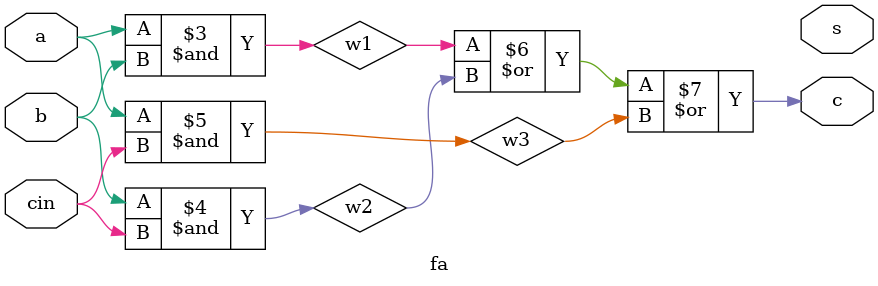
<source format=sv>


module fa (a,b,cin,s,c);
  input a,b,cin;
  output s,c;
  wire w1,w2,w3;
  
  xor x1 (sum,a,b,cin);
  
  and a1 (w1,a,b);
  and a2 (w2,b,cin);
  and a3 (w3,a,cin);
  
  or o1 (c,w1,w2,w3);
  
endmodule
  
</source>
